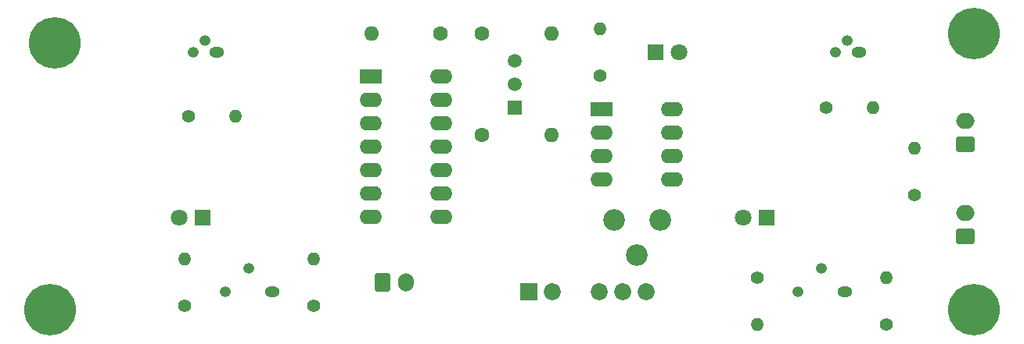
<source format=gbs>
%TF.GenerationSoftware,KiCad,Pcbnew,(7.0.0)*%
%TF.CreationDate,2025-05-12T15:52:06+02:00*%
%TF.ProjectId,TP,54502e6b-6963-4616-945f-706362585858,rev?*%
%TF.SameCoordinates,Original*%
%TF.FileFunction,Soldermask,Bot*%
%TF.FilePolarity,Negative*%
%FSLAX46Y46*%
G04 Gerber Fmt 4.6, Leading zero omitted, Abs format (unit mm)*
G04 Created by KiCad (PCBNEW (7.0.0)) date 2025-05-12 15:52:06*
%MOMM*%
%LPD*%
G01*
G04 APERTURE LIST*
G04 Aperture macros list*
%AMRoundRect*
0 Rectangle with rounded corners*
0 $1 Rounding radius*
0 $2 $3 $4 $5 $6 $7 $8 $9 X,Y pos of 4 corners*
0 Add a 4 corners polygon primitive as box body*
4,1,4,$2,$3,$4,$5,$6,$7,$8,$9,$2,$3,0*
0 Add four circle primitives for the rounded corners*
1,1,$1+$1,$2,$3*
1,1,$1+$1,$4,$5*
1,1,$1+$1,$6,$7*
1,1,$1+$1,$8,$9*
0 Add four rect primitives between the rounded corners*
20,1,$1+$1,$2,$3,$4,$5,0*
20,1,$1+$1,$4,$5,$6,$7,0*
20,1,$1+$1,$6,$7,$8,$9,0*
20,1,$1+$1,$8,$9,$2,$3,0*%
G04 Aperture macros list end*
%ADD10R,1.500000X1.500000*%
%ADD11C,1.500000*%
%ADD12C,2.340000*%
%ADD13R,2.400000X1.600000*%
%ADD14O,2.400000X1.600000*%
%ADD15O,1.600000X1.200000*%
%ADD16O,1.200000X1.200000*%
%ADD17RoundRect,0.250000X0.750000X-0.600000X0.750000X0.600000X-0.750000X0.600000X-0.750000X-0.600000X0*%
%ADD18O,2.000000X1.700000*%
%ADD19C,1.400000*%
%ADD20O,1.400000X1.400000*%
%ADD21R,1.800000X1.800000*%
%ADD22C,1.800000*%
%ADD23C,1.600000*%
%ADD24O,1.600000X1.600000*%
%ADD25C,5.600000*%
%ADD26RoundRect,0.250000X-0.600000X-0.750000X0.600000X-0.750000X0.600000X0.750000X-0.600000X0.750000X0*%
%ADD27O,1.700000X2.000000*%
%ADD28R,1.850000X1.850000*%
%ADD29C,1.850000*%
G04 APERTURE END LIST*
D10*
%TO.C,U3*%
X135799999Y-86039999D03*
D11*
X135800000Y-83500000D03*
X135800000Y-80960000D03*
%TD*%
D12*
%TO.C,RV1*%
X151500000Y-98200000D03*
X149000000Y-102000000D03*
X146500000Y-98200000D03*
%TD*%
D13*
%TO.C,U1*%
X145174999Y-86199999D03*
D14*
X145174999Y-88739999D03*
X145174999Y-91279999D03*
X145174999Y-93819999D03*
X152794999Y-93819999D03*
X152794999Y-91279999D03*
X152794999Y-88739999D03*
X152794999Y-86199999D03*
%TD*%
D15*
%TO.C,Q1*%
X103539999Y-79999999D03*
D16*
X102269999Y-78729999D03*
X100999999Y-79999999D03*
%TD*%
D17*
%TO.C,J3*%
X184500000Y-90000000D03*
D18*
X184499999Y-87499999D03*
%TD*%
D19*
%TO.C,R3*%
X100460000Y-87000000D03*
D20*
X105539999Y-86999999D03*
%TD*%
D19*
%TO.C,R8*%
X162000000Y-104460000D03*
D20*
X161999999Y-109539999D03*
%TD*%
D21*
%TO.C,D3*%
X150999999Y-79999999D03*
D22*
X153540000Y-80000000D03*
%TD*%
D21*
%TO.C,D2*%
X101999999Y-97999999D03*
D22*
X99460000Y-98000000D03*
%TD*%
D15*
%TO.C,Q2*%
X172999999Y-79999999D03*
D16*
X171729999Y-78729999D03*
X170459999Y-79999999D03*
%TD*%
D19*
%TO.C,R4*%
X169460000Y-86000000D03*
D20*
X174539999Y-85999999D03*
%TD*%
D23*
%TO.C,C3*%
X127750000Y-78000000D03*
D24*
X120249999Y-77999999D03*
%TD*%
D25*
%TO.C,H1*%
X86000000Y-79000000D03*
%TD*%
D19*
%TO.C,R2*%
X100000000Y-107540000D03*
D20*
X99999999Y-102459999D03*
%TD*%
D13*
%TO.C,U2*%
X120174999Y-82634999D03*
D14*
X120174999Y-85174999D03*
X120174999Y-87714999D03*
X120174999Y-90254999D03*
X120174999Y-92794999D03*
X120174999Y-95334999D03*
X120174999Y-97874999D03*
X127794999Y-97874999D03*
X127794999Y-95334999D03*
X127794999Y-92794999D03*
X127794999Y-90254999D03*
X127794999Y-87714999D03*
X127794999Y-85174999D03*
X127794999Y-82634999D03*
%TD*%
D23*
%TO.C,C2*%
X132250000Y-89000000D03*
D24*
X139749999Y-88999999D03*
%TD*%
D17*
%TO.C,J2*%
X184500000Y-100000000D03*
D18*
X184499999Y-97499999D03*
%TD*%
D19*
%TO.C,R1*%
X179000000Y-95540000D03*
D20*
X178999999Y-90459999D03*
%TD*%
D15*
%TO.C,Q3*%
X171539999Y-105999999D03*
D16*
X168999999Y-103459999D03*
X166459999Y-105999999D03*
%TD*%
D15*
%TO.C,Q4*%
X109539999Y-105999999D03*
D16*
X106999999Y-103459999D03*
X104459999Y-105999999D03*
%TD*%
D25*
%TO.C,H2*%
X185500000Y-78000000D03*
%TD*%
D19*
%TO.C,R6*%
X114000000Y-107540000D03*
D20*
X113999999Y-102459999D03*
%TD*%
D25*
%TO.C,H3*%
X85500000Y-108000000D03*
%TD*%
D26*
%TO.C,J1*%
X121500000Y-105000000D03*
D27*
X123999999Y-104999999D03*
%TD*%
D19*
%TO.C,R5*%
X176000000Y-109540000D03*
D20*
X175999999Y-104459999D03*
%TD*%
D28*
%TO.C,PS1*%
X137299999Y-105999999D03*
D29*
X139840000Y-106000000D03*
X144920000Y-106000000D03*
X147460000Y-106000000D03*
X150000000Y-106000000D03*
%TD*%
D23*
%TO.C,C1*%
X132250000Y-78000000D03*
D24*
X139749999Y-77999999D03*
%TD*%
D19*
%TO.C,R7*%
X145000000Y-82540000D03*
D20*
X144999999Y-77459999D03*
%TD*%
D25*
%TO.C,H4*%
X185500000Y-108000000D03*
%TD*%
D21*
%TO.C,D1*%
X162999999Y-97999999D03*
D22*
X160460000Y-98000000D03*
%TD*%
M02*

</source>
